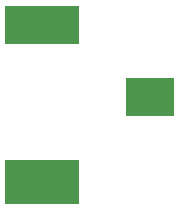
<source format=gbr>
%TF.GenerationSoftware,KiCad,Pcbnew,(7.0.0)*%
%TF.CreationDate,2023-04-14T17:54:00+02:00*%
%TF.ProjectId,multi-tool-midi-board,6d756c74-692d-4746-9f6f-6c2d6d696469,rev?*%
%TF.SameCoordinates,Original*%
%TF.FileFunction,Paste,Bot*%
%TF.FilePolarity,Positive*%
%FSLAX46Y46*%
G04 Gerber Fmt 4.6, Leading zero omitted, Abs format (unit mm)*
G04 Created by KiCad (PCBNEW (7.0.0)) date 2023-04-14 17:54:00*
%MOMM*%
%LPD*%
G01*
G04 APERTURE LIST*
%ADD10R,6.350000X3.810000*%
%ADD11R,4.060000X3.300000*%
%ADD12R,6.350000X3.300000*%
G04 APERTURE END LIST*
D10*
%TO.C,J30*%
X23799999Y-127999999D03*
D11*
X32939999Y-120809999D03*
D12*
X23799999Y-114709999D03*
%TD*%
M02*

</source>
